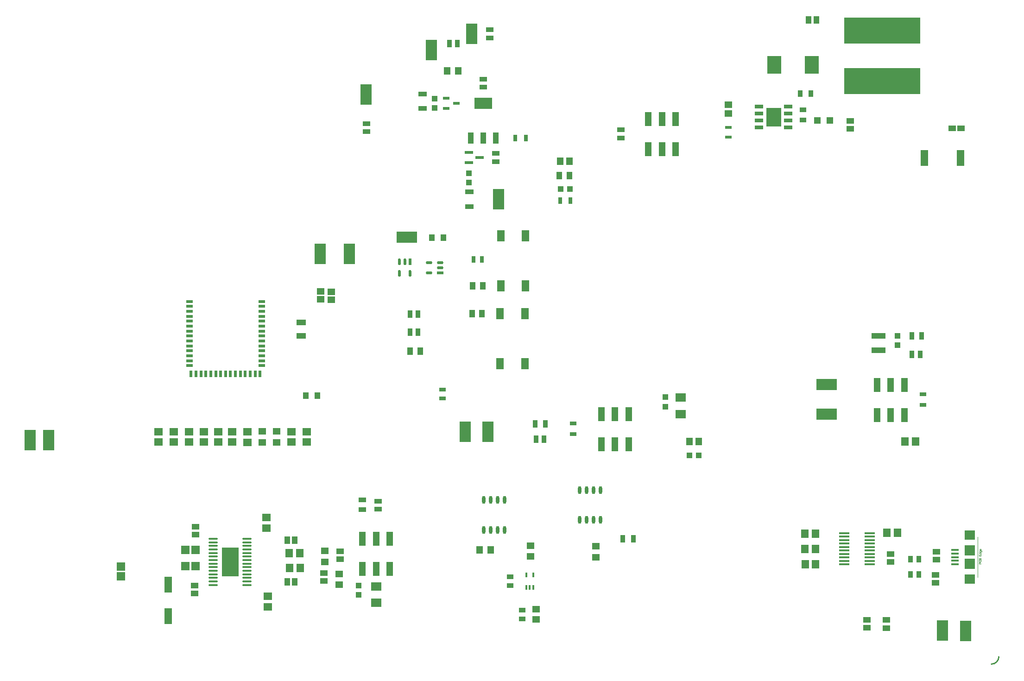
<source format=gtp>
G04*
G04 #@! TF.GenerationSoftware,Altium Limited,Altium Designer,23.1.1 (15)*
G04*
G04 Layer_Color=8421504*
%FSLAX25Y25*%
%MOIN*%
G70*
G04*
G04 #@! TF.SameCoordinates,EC016929-1199-40CF-B0C5-1E8161D31A68*
G04*
G04*
G04 #@! TF.FilePolarity,Positive*
G04*
G01*
G75*
%ADD18C,0.01000*%
%ADD20C,0.00394*%
%ADD21C,0.00200*%
%ADD22R,0.04349X0.05339*%
%ADD23R,0.05315X0.06102*%
%ADD24R,0.06102X0.06102*%
%ADD25R,0.05512X0.11221*%
%ADD26R,0.05339X0.04152*%
%ADD27R,0.06102X0.05315*%
%ADD28R,0.05709X0.04724*%
%ADD29R,0.04724X0.09843*%
%ADD30R,0.07480X0.05906*%
%ADD31R,0.03937X0.04331*%
%ADD32R,0.05512X0.08268*%
%ADD33R,0.07992X0.14961*%
%ADD34R,0.04331X0.04724*%
%ADD35R,0.14961X0.07992*%
%ADD36R,0.02095X0.04745*%
G04:AMPARAMS|DCode=37|XSize=47.45mil|YSize=20.95mil|CornerRadius=10.48mil|HoleSize=0mil|Usage=FLASHONLY|Rotation=270.000|XOffset=0mil|YOffset=0mil|HoleType=Round|Shape=RoundedRectangle|*
%AMROUNDEDRECTD37*
21,1,0.04745,0.00000,0,0,270.0*
21,1,0.02650,0.02095,0,0,270.0*
1,1,0.02095,0.00000,-0.01325*
1,1,0.02095,0.00000,0.01325*
1,1,0.02095,0.00000,0.01325*
1,1,0.02095,0.00000,-0.01325*
%
%ADD37ROUNDEDRECTD37*%
%ADD38R,0.04745X0.02095*%
G04:AMPARAMS|DCode=39|XSize=47.45mil|YSize=20.95mil|CornerRadius=10.48mil|HoleSize=0mil|Usage=FLASHONLY|Rotation=180.000|XOffset=0mil|YOffset=0mil|HoleType=Round|Shape=RoundedRectangle|*
%AMROUNDEDRECTD39*
21,1,0.04745,0.00000,0,0,180.0*
21,1,0.02650,0.02095,0,0,180.0*
1,1,0.02095,-0.01325,0.00000*
1,1,0.02095,0.01325,0.00000*
1,1,0.02095,0.01325,0.00000*
1,1,0.02095,-0.01325,0.00000*
%
%ADD39ROUNDEDRECTD39*%
%ADD40R,0.03937X0.05315*%
%ADD41R,0.03150X0.04921*%
%ADD42R,0.05315X0.04528*%
%ADD43R,0.03740X0.05315*%
%ADD44R,0.04724X0.05709*%
%ADD45R,0.06102X0.03543*%
%ADD46R,0.04724X0.02362*%
%ADD47R,0.05315X0.03740*%
G04:AMPARAMS|DCode=48|XSize=39.37mil|YSize=80.71mil|CornerRadius=1.97mil|HoleSize=0mil|Usage=FLASHONLY|Rotation=180.000|XOffset=0mil|YOffset=0mil|HoleType=Round|Shape=RoundedRectangle|*
%AMROUNDEDRECTD48*
21,1,0.03937,0.07677,0,0,180.0*
21,1,0.03543,0.08071,0,0,180.0*
1,1,0.00394,-0.01772,0.03839*
1,1,0.00394,0.01772,0.03839*
1,1,0.00394,0.01772,-0.03839*
1,1,0.00394,-0.01772,-0.03839*
%
%ADD48ROUNDEDRECTD48*%
G04:AMPARAMS|DCode=49|XSize=127.95mil|YSize=80.71mil|CornerRadius=2.02mil|HoleSize=0mil|Usage=FLASHONLY|Rotation=180.000|XOffset=0mil|YOffset=0mil|HoleType=Round|Shape=RoundedRectangle|*
%AMROUNDEDRECTD49*
21,1,0.12795,0.07667,0,0,180.0*
21,1,0.12392,0.08071,0,0,180.0*
1,1,0.00404,-0.06196,0.03834*
1,1,0.00404,0.06196,0.03834*
1,1,0.00404,0.06196,-0.03834*
1,1,0.00404,-0.06196,-0.03834*
%
%ADD49ROUNDEDRECTD49*%
%ADD50R,0.02756X0.05118*%
%ADD51R,0.02756X0.04528*%
%ADD52R,0.04331X0.03937*%
%ADD53R,0.03963X0.05544*%
%ADD54R,0.01200X0.03374*%
%ADD55O,0.02362X0.05709*%
%ADD56R,0.03622X0.05433*%
%ADD57R,0.05709X0.04528*%
%ADD58R,0.04969X0.03182*%
%ADD59R,0.03740X0.05512*%
%ADD60R,0.05118X0.02756*%
%ADD61R,0.10236X0.04134*%
%ADD62R,0.06102X0.05512*%
%ADD63R,0.06102X0.06102*%
%ADD64O,0.07677X0.01575*%
%ADD65R,0.03567X0.05157*%
%ADD66R,0.55100X0.18700*%
%ADD67R,0.05709X0.11417*%
%ADD68R,0.04528X0.04528*%
G04:AMPARAMS|DCode=69|XSize=61.02mil|YSize=23.62mil|CornerRadius=0.59mil|HoleSize=0mil|Usage=FLASHONLY|Rotation=0.000|XOffset=0mil|YOffset=0mil|HoleType=Round|Shape=RoundedRectangle|*
%AMROUNDEDRECTD69*
21,1,0.06102,0.02244,0,0,0.0*
21,1,0.05984,0.02362,0,0,0.0*
1,1,0.00118,0.02992,-0.01122*
1,1,0.00118,-0.02992,-0.01122*
1,1,0.00118,-0.02992,0.01122*
1,1,0.00118,0.02992,0.01122*
%
%ADD69ROUNDEDRECTD69*%
%ADD70R,0.05118X0.03543*%
%ADD71R,0.09843X0.12992*%
%ADD72R,0.04921X0.02362*%
%ADD73R,0.04152X0.05339*%
%ADD74R,0.05733X0.04940*%
%ADD75R,0.05339X0.04349*%
%ADD76R,0.03543X0.05118*%
%ADD77R,0.05197X0.04252*%
%ADD78R,0.07480X0.07480*%
%ADD79R,0.07480X0.07087*%
%ADD80R,0.05315X0.01575*%
%ADD81R,0.05512X0.06102*%
G04:AMPARAMS|DCode=82|XSize=122.05mil|YSize=203.94mil|CornerRadius=1.83mil|HoleSize=0mil|Usage=FLASHONLY|Rotation=180.000|XOffset=0mil|YOffset=0mil|HoleType=Round|Shape=RoundedRectangle|*
%AMROUNDEDRECTD82*
21,1,0.12205,0.20028,0,0,180.0*
21,1,0.11839,0.20394,0,0,180.0*
1,1,0.00366,-0.05919,0.10014*
1,1,0.00366,0.05919,0.10014*
1,1,0.00366,0.05919,-0.10014*
1,1,0.00366,-0.05919,-0.10014*
%
%ADD82ROUNDEDRECTD82*%
G04:AMPARAMS|DCode=83|XSize=13.78mil|YSize=64.96mil|CornerRadius=2mil|HoleSize=0mil|Usage=FLASHONLY|Rotation=270.000|XOffset=0mil|YOffset=0mil|HoleType=Round|Shape=RoundedRectangle|*
%AMROUNDEDRECTD83*
21,1,0.01378,0.06097,0,0,270.0*
21,1,0.00978,0.06496,0,0,270.0*
1,1,0.00400,-0.03048,-0.00489*
1,1,0.00400,-0.03048,0.00489*
1,1,0.00400,0.03048,0.00489*
1,1,0.00400,0.03048,-0.00489*
%
%ADD83ROUNDEDRECTD83*%
%ADD84R,0.05512X0.03740*%
%ADD85R,0.05906X0.02362*%
%ADD86R,0.02402X0.05000*%
%ADD87R,0.05000X0.02402*%
%ADD88R,0.04921X0.03150*%
%ADD89R,0.07087X0.03937*%
G36*
X694835Y389586D02*
X684165D01*
Y402972D01*
X694835D01*
Y389586D01*
D02*
G37*
D18*
X846278Y2686D02*
G03*
X851500Y8000I-93J5314D01*
G01*
D20*
X836209Y65076D02*
Y94209D01*
D21*
X838006Y74918D02*
Y75604D01*
X837930Y75832D01*
X837854Y75908D01*
X837701Y75985D01*
X837473D01*
X837320Y75908D01*
X837244Y75832D01*
X837168Y75604D01*
Y74918D01*
X838768D01*
X837549Y77485D02*
X837397Y77409D01*
X837244Y77257D01*
X837168Y77104D01*
Y76800D01*
X837244Y76647D01*
X837397Y76495D01*
X837549Y76419D01*
X837778Y76343D01*
X838158D01*
X838387Y76419D01*
X838539Y76495D01*
X838692Y76647D01*
X838768Y76800D01*
Y77104D01*
X838692Y77257D01*
X838539Y77409D01*
X838387Y77485D01*
X837168Y77935D02*
X838768D01*
X837168D02*
Y78620D01*
X837244Y78849D01*
X837320Y78925D01*
X837473Y79001D01*
X837625D01*
X837778Y78925D01*
X837854Y78849D01*
X837930Y78620D01*
Y77935D02*
Y78620D01*
X838006Y78849D01*
X838082Y78925D01*
X838235Y79001D01*
X838463D01*
X838615Y78925D01*
X838692Y78849D01*
X838768Y78620D01*
Y77935D01*
X837168Y81606D02*
Y80616D01*
X838768D01*
Y81606D01*
X837930Y80616D02*
Y81225D01*
X837168Y82787D02*
X838768D01*
X837930D02*
X837778Y82635D01*
X837701Y82482D01*
Y82254D01*
X837778Y82101D01*
X837930Y81949D01*
X838158Y81873D01*
X838311D01*
X838539Y81949D01*
X838692Y82101D01*
X838768Y82254D01*
Y82482D01*
X838692Y82635D01*
X838539Y82787D01*
X837701Y84128D02*
X838920D01*
X839149Y84052D01*
X839225Y83975D01*
X839301Y83823D01*
Y83594D01*
X839225Y83442D01*
X837930Y84128D02*
X837778Y83975D01*
X837701Y83823D01*
Y83594D01*
X837778Y83442D01*
X837930Y83290D01*
X838158Y83214D01*
X838311D01*
X838539Y83290D01*
X838692Y83442D01*
X838768Y83594D01*
Y83823D01*
X838692Y83975D01*
X838539Y84128D01*
X838158Y84554D02*
Y85468D01*
X838006D01*
X837854Y85392D01*
X837778Y85316D01*
X837701Y85164D01*
Y84935D01*
X837778Y84783D01*
X837930Y84630D01*
X838158Y84554D01*
X838311D01*
X838539Y84630D01*
X838692Y84783D01*
X838768Y84935D01*
Y85164D01*
X838692Y85316D01*
X838539Y85468D01*
D22*
X339500Y91905D02*
D03*
X345057D02*
D03*
X339500Y61905D02*
D03*
X345057D02*
D03*
D23*
X341000Y82406D02*
D03*
X348677D02*
D03*
X348839Y71905D02*
D03*
X341161D02*
D03*
D24*
X220000Y65716D02*
D03*
Y73000D02*
D03*
D25*
X254000Y59720D02*
D03*
Y37279D02*
D03*
D26*
X273000Y59244D02*
D03*
Y53529D02*
D03*
X366000Y68074D02*
D03*
Y62359D02*
D03*
X273500Y95887D02*
D03*
Y101602D02*
D03*
X770500Y28643D02*
D03*
Y34357D02*
D03*
X773500Y76285D02*
D03*
Y82000D02*
D03*
X806000Y61285D02*
D03*
Y67000D02*
D03*
X806500Y83643D02*
D03*
Y77928D02*
D03*
X756500Y34500D02*
D03*
Y28785D02*
D03*
X377500Y83759D02*
D03*
Y78044D02*
D03*
D27*
X325500Y43728D02*
D03*
Y51406D02*
D03*
X324500Y100567D02*
D03*
Y108244D02*
D03*
D28*
X377000Y67654D02*
D03*
Y59780D02*
D03*
X366500Y84153D02*
D03*
Y76279D02*
D03*
X561500Y87437D02*
D03*
Y79563D02*
D03*
X514500Y80063D02*
D03*
Y87937D02*
D03*
X321500Y170153D02*
D03*
Y162279D02*
D03*
X332000Y162216D02*
D03*
Y170091D02*
D03*
D29*
X393657Y92728D02*
D03*
Y71075D02*
D03*
X413343D02*
D03*
Y92728D02*
D03*
X403500D02*
D03*
Y71075D02*
D03*
X585240Y161000D02*
D03*
Y182653D02*
D03*
X565555D02*
D03*
Y161000D02*
D03*
X575398D02*
D03*
Y182653D02*
D03*
X773658Y203654D02*
D03*
Y182000D02*
D03*
X763815D02*
D03*
Y203654D02*
D03*
X783500D02*
D03*
Y182000D02*
D03*
X609158Y373346D02*
D03*
Y395000D02*
D03*
X619000D02*
D03*
Y373346D02*
D03*
X599315D02*
D03*
Y395000D02*
D03*
D30*
X403500Y58622D02*
D03*
Y46811D02*
D03*
X622740Y194405D02*
D03*
Y182595D02*
D03*
D31*
X391000Y52370D02*
D03*
Y59063D02*
D03*
X470157Y355866D02*
D03*
Y349173D02*
D03*
X611740Y194693D02*
D03*
Y188000D02*
D03*
X778500Y239000D02*
D03*
Y232307D02*
D03*
X445614Y409626D02*
D03*
Y402933D02*
D03*
D32*
X492783Y254827D02*
D03*
Y219000D02*
D03*
X510500Y254827D02*
D03*
Y219000D02*
D03*
X511000Y275000D02*
D03*
Y310827D02*
D03*
X493284Y275000D02*
D03*
Y310827D02*
D03*
D33*
X363142Y297913D02*
D03*
X491657Y337106D02*
D03*
X472157Y456173D02*
D03*
X467500Y170000D02*
D03*
X484000D02*
D03*
X811000Y26857D02*
D03*
X827500Y26643D02*
D03*
X154500Y163716D02*
D03*
X168000D02*
D03*
X443157Y444606D02*
D03*
X396158Y412606D02*
D03*
X384142Y297913D02*
D03*
D34*
X361276Y195913D02*
D03*
X353008D02*
D03*
X443642Y309413D02*
D03*
X451909D02*
D03*
D35*
X425642Y309913D02*
D03*
X727500Y203953D02*
D03*
Y182453D02*
D03*
D36*
X427882Y292049D02*
D03*
D37*
X424142D02*
D03*
X420402D02*
D03*
Y283778D02*
D03*
X427882D02*
D03*
D38*
X449778Y284173D02*
D03*
D39*
Y287913D02*
D03*
Y291653D02*
D03*
X441506D02*
D03*
Y284173D02*
D03*
D40*
X428055Y227913D02*
D03*
X435142D02*
D03*
X473098Y274913D02*
D03*
X480185D02*
D03*
X472598Y254913D02*
D03*
X479685D02*
D03*
D41*
X473492Y293913D02*
D03*
X479791D02*
D03*
D42*
X363642Y270768D02*
D03*
Y265059D02*
D03*
X371142Y264913D02*
D03*
Y270622D02*
D03*
D43*
X427831Y254646D02*
D03*
X433736D02*
D03*
X427878Y241646D02*
D03*
X433783D02*
D03*
X462110Y449106D02*
D03*
X456205D02*
D03*
X524453Y164500D02*
D03*
X518547D02*
D03*
X794906Y225453D02*
D03*
X789000D02*
D03*
D44*
X454677Y429433D02*
D03*
X462551D02*
D03*
X535811Y364673D02*
D03*
X542504D02*
D03*
X478063Y85000D02*
D03*
X485937D02*
D03*
X635500Y163000D02*
D03*
X628807D02*
D03*
D45*
X437114Y402433D02*
D03*
Y412866D02*
D03*
X470657Y331957D02*
D03*
Y342390D02*
D03*
D46*
X461201Y406173D02*
D03*
X454114Y402433D02*
D03*
Y409913D02*
D03*
D47*
X480657Y417721D02*
D03*
Y423626D02*
D03*
X489657Y370126D02*
D03*
Y364220D02*
D03*
X579658Y381221D02*
D03*
Y387126D02*
D03*
X405000Y119953D02*
D03*
Y114047D02*
D03*
X485157Y453221D02*
D03*
Y459126D02*
D03*
X396657Y391606D02*
D03*
Y385701D02*
D03*
D48*
X471602Y381173D02*
D03*
X480657D02*
D03*
X489713D02*
D03*
D49*
X480657Y406173D02*
D03*
D50*
X503677Y381173D02*
D03*
X511158D02*
D03*
D51*
X543398Y336173D02*
D03*
X535917D02*
D03*
D52*
X543004Y344673D02*
D03*
X536311D02*
D03*
X628807Y153000D02*
D03*
X635500D02*
D03*
D53*
X542658Y354173D02*
D03*
X535170D02*
D03*
D54*
X511500Y58000D02*
D03*
X514059D02*
D03*
X516618D02*
D03*
Y66874D02*
D03*
X511500D02*
D03*
D55*
X550000Y106500D02*
D03*
X555000D02*
D03*
X560000D02*
D03*
X565000D02*
D03*
Y127957D02*
D03*
X560000D02*
D03*
X555000D02*
D03*
X550000D02*
D03*
X481000Y99272D02*
D03*
X486000D02*
D03*
X491000D02*
D03*
X496000D02*
D03*
Y120728D02*
D03*
X491000D02*
D03*
X486000D02*
D03*
X481000D02*
D03*
D56*
X588500Y93000D02*
D03*
X580980D02*
D03*
D57*
X518500Y42043D02*
D03*
Y34957D02*
D03*
D58*
X508500Y35342D02*
D03*
Y41658D02*
D03*
X500000Y59342D02*
D03*
Y65658D02*
D03*
D59*
X525142Y175500D02*
D03*
X517858D02*
D03*
X796095Y238953D02*
D03*
X788811D02*
D03*
D60*
X545240Y175740D02*
D03*
Y168260D02*
D03*
X797000Y189260D02*
D03*
Y196740D02*
D03*
D61*
X765000Y238933D02*
D03*
Y228500D02*
D03*
D62*
X247000Y162476D02*
D03*
Y169957D02*
D03*
X258000Y162476D02*
D03*
Y169957D02*
D03*
X269000Y162476D02*
D03*
Y169957D02*
D03*
X279500Y162476D02*
D03*
Y169957D02*
D03*
X290000Y162476D02*
D03*
Y169957D02*
D03*
X311000Y162260D02*
D03*
Y169740D02*
D03*
X300000Y162500D02*
D03*
Y169980D02*
D03*
X342500Y162476D02*
D03*
Y169957D02*
D03*
X353500Y162476D02*
D03*
Y169957D02*
D03*
D63*
X273642Y73244D02*
D03*
X266358D02*
D03*
Y84744D02*
D03*
X273642D02*
D03*
D64*
X758653Y74393D02*
D03*
Y76893D02*
D03*
Y79393D02*
D03*
Y81893D02*
D03*
Y84393D02*
D03*
Y86893D02*
D03*
Y89393D02*
D03*
Y91893D02*
D03*
Y94393D02*
D03*
Y96893D02*
D03*
X740346Y74393D02*
D03*
Y76893D02*
D03*
Y79393D02*
D03*
Y81893D02*
D03*
Y84393D02*
D03*
Y86893D02*
D03*
Y89393D02*
D03*
Y91893D02*
D03*
Y94393D02*
D03*
Y96893D02*
D03*
D65*
X794000Y78143D02*
D03*
X787889D02*
D03*
X794055Y67143D02*
D03*
X787945D02*
D03*
D66*
X767500Y422079D02*
D03*
Y458479D02*
D03*
D67*
X797909Y366779D02*
D03*
X824091D02*
D03*
D68*
X720874Y393779D02*
D03*
X730126D02*
D03*
D69*
X700130Y403779D02*
D03*
Y398779D02*
D03*
Y393779D02*
D03*
Y388779D02*
D03*
X678870D02*
D03*
Y393779D02*
D03*
Y398779D02*
D03*
Y403779D02*
D03*
D70*
X710500Y394039D02*
D03*
Y401519D02*
D03*
D71*
X717083Y433779D02*
D03*
X689917D02*
D03*
D72*
X657000Y388822D02*
D03*
Y381735D02*
D03*
D73*
X720215Y466279D02*
D03*
X714500D02*
D03*
D74*
X657000Y398779D02*
D03*
Y405281D02*
D03*
D75*
X744500Y393557D02*
D03*
Y388000D02*
D03*
D76*
X708760Y413279D02*
D03*
X716240D02*
D03*
D77*
X818000Y388279D02*
D03*
X824220D02*
D03*
D78*
X830500Y74918D02*
D03*
Y84367D02*
D03*
D79*
Y63895D02*
D03*
Y95391D02*
D03*
D80*
X819969Y74524D02*
D03*
Y84761D02*
D03*
Y77083D02*
D03*
Y79643D02*
D03*
Y82202D02*
D03*
D81*
X778480Y97143D02*
D03*
X771000D02*
D03*
X712000Y85500D02*
D03*
X719480D02*
D03*
X712020Y96500D02*
D03*
X719500D02*
D03*
X712260Y74500D02*
D03*
X719740D02*
D03*
X784000Y162953D02*
D03*
X791480D02*
D03*
D82*
X298500Y76244D02*
D03*
D83*
X286394Y92878D02*
D03*
Y90319D02*
D03*
Y87760D02*
D03*
Y85201D02*
D03*
Y82642D02*
D03*
Y80083D02*
D03*
Y77524D02*
D03*
Y74965D02*
D03*
Y72405D02*
D03*
Y69846D02*
D03*
Y67287D02*
D03*
Y64728D02*
D03*
Y62169D02*
D03*
Y59610D02*
D03*
X310606Y92878D02*
D03*
Y90319D02*
D03*
Y87760D02*
D03*
Y85201D02*
D03*
Y82642D02*
D03*
Y80083D02*
D03*
Y77524D02*
D03*
Y74965D02*
D03*
Y72405D02*
D03*
Y69846D02*
D03*
Y67287D02*
D03*
Y64728D02*
D03*
Y62169D02*
D03*
Y59610D02*
D03*
D84*
X393500Y121000D02*
D03*
Y113716D02*
D03*
D85*
X470417Y370913D02*
D03*
Y363433D02*
D03*
X477898Y367173D02*
D03*
D86*
X270382Y211650D02*
D03*
X273925D02*
D03*
X277468D02*
D03*
X281012D02*
D03*
X284594D02*
D03*
X288138D02*
D03*
X291681D02*
D03*
X295224D02*
D03*
X298768D02*
D03*
X302311D02*
D03*
X305894D02*
D03*
X309437D02*
D03*
X312980D02*
D03*
X316524D02*
D03*
X320067D02*
D03*
D87*
X269165Y263575D02*
D03*
Y260032D02*
D03*
Y256488D02*
D03*
Y252945D02*
D03*
Y249362D02*
D03*
Y245819D02*
D03*
Y242276D02*
D03*
Y238732D02*
D03*
Y235189D02*
D03*
Y231646D02*
D03*
Y228063D02*
D03*
Y224520D02*
D03*
Y220976D02*
D03*
Y217433D02*
D03*
X321284D02*
D03*
Y220976D02*
D03*
Y224520D02*
D03*
Y228063D02*
D03*
Y231646D02*
D03*
Y235189D02*
D03*
Y238732D02*
D03*
Y242276D02*
D03*
Y245819D02*
D03*
Y249362D02*
D03*
Y252945D02*
D03*
Y256488D02*
D03*
Y260032D02*
D03*
Y263575D02*
D03*
D88*
X451142Y200213D02*
D03*
Y193913D02*
D03*
D89*
X349783Y238724D02*
D03*
Y248567D02*
D03*
M02*

</source>
